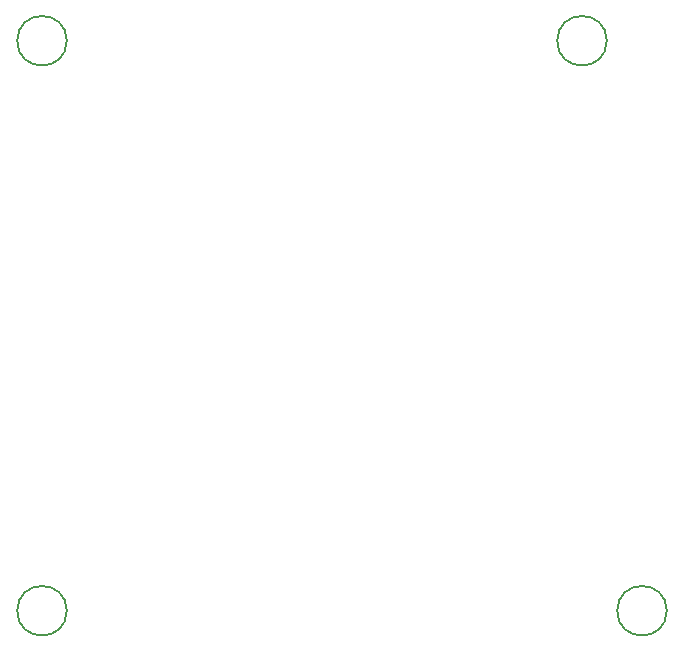
<source format=gbr>
%TF.GenerationSoftware,KiCad,Pcbnew,8.0.3*%
%TF.CreationDate,2024-06-19T13:29:18+09:00*%
%TF.ProjectId,yashica8_ver0.1.2,79617368-6963-4613-985f-766572302e31,rev?*%
%TF.SameCoordinates,Original*%
%TF.FileFunction,Other,Comment*%
%FSLAX46Y46*%
G04 Gerber Fmt 4.6, Leading zero omitted, Abs format (unit mm)*
G04 Created by KiCad (PCBNEW 8.0.3) date 2024-06-19 13:29:18*
%MOMM*%
%LPD*%
G01*
G04 APERTURE LIST*
%ADD10C,0.150000*%
G04 APERTURE END LIST*
D10*
%TO.C,H3*%
X37040000Y4270000D02*
G75*
G02*
X32840000Y4270000I-2100000J0D01*
G01*
X32840000Y4270000D02*
G75*
G02*
X37040000Y4270000I2100000J0D01*
G01*
%TO.C,H4*%
X31960000Y52530000D02*
G75*
G02*
X27760000Y52530000I-2100000J0D01*
G01*
X27760000Y52530000D02*
G75*
G02*
X31960000Y52530000I2100000J0D01*
G01*
%TO.C,H1*%
X-13760000Y52530000D02*
G75*
G02*
X-17960000Y52530000I-2100000J0D01*
G01*
X-17960000Y52530000D02*
G75*
G02*
X-13760000Y52530000I2100000J0D01*
G01*
%TO.C,H2*%
X-13760000Y4270000D02*
G75*
G02*
X-17960000Y4270000I-2100000J0D01*
G01*
X-17960000Y4270000D02*
G75*
G02*
X-13760000Y4270000I2100000J0D01*
G01*
%TD*%
M02*

</source>
